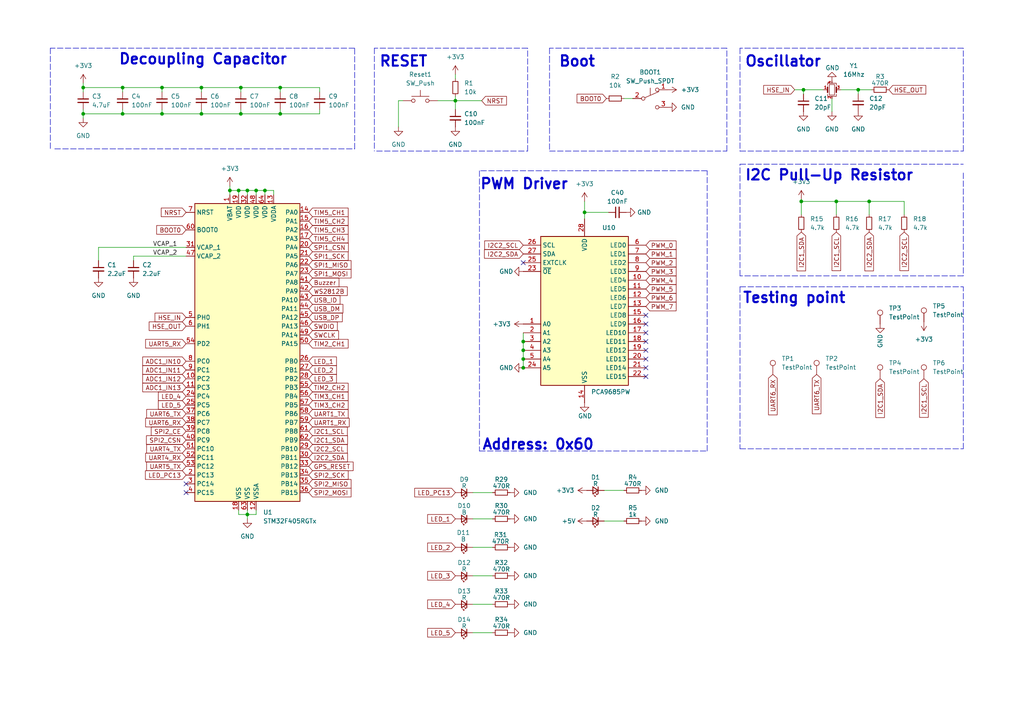
<source format=kicad_sch>
(kicad_sch (version 20211123) (generator eeschema)
  (paper "A4")
  (lib_symbols
    (symbol "Connector:TestPoint" (pin_numbers hide) (pin_names (offset 0.762) hide)
      (property "Reference" "TP" (at 0 6.858 0))
      (property "Value" "TestPoint" (at 0 5.08 0))
      (symbol "TestPoint_0_1"
        (circle (center 0 3.302) (radius 0.762))
      )
      (symbol "TestPoint_1_1"
        (pin passive line (at 0 0 90) (length 2.54) (name "1") (number "1"))
      )
    )
    (symbol "Device:C_Small" (pin_numbers hide) (pin_names (offset 0.254) hide)
      (property "Reference" "C" (at 0.254 1.778 0))
      (property "Value" "C_Small" (at 0.254 -2.032 0))
      (symbol "C_Small_0_1"
        (polyline (pts (xy -1.524 -0.508) (xy 1.524 -0.508)) (stroke (width 0.3302)))
        (polyline (pts (xy -1.524 0.508) (xy 1.524 0.508)) (stroke (width 0.3048)))
      )
      (symbol "C_Small_1_1"
        (pin passive line (at 0 2.54 270) (length 2.032) (name "~") (number "1"))
        (pin passive line (at 0 -2.54 90) (length 2.032) (name "~") (number "2"))
      )
    )
    (symbol "Device:Crystal_GND24_Small" (pin_names (offset 1.016) hide)
      (property "Reference" "Y" (at 1.27 4.445 0))
      (property "Value" "Crystal_GND24_Small" (at 1.27 2.54 0))
      (symbol "Crystal_GND24_Small_0_1"
        (rectangle (start -0.762 -1.524) (end 0.762 1.524))
        (polyline (pts (xy -1.27 -0.762) (xy -1.27 0.762)) (stroke (width 0.381)))
        (polyline (pts (xy 1.27 -0.762) (xy 1.27 0.762)) (stroke (width 0.381)))
        (polyline (pts (xy -1.27 -1.27) (xy -1.27 -1.905) (xy 1.27 -1.905) (xy 1.27 -1.27)))
        (polyline (pts (xy -1.27 1.27) (xy -1.27 1.905) (xy 1.27 1.905) (xy 1.27 1.27)))
      )
      (symbol "Crystal_GND24_Small_1_1"
        (pin passive line (at -2.54 0 0) (length 1.27) (name "1") (number "1"))
        (pin passive line (at 0 -2.54 90) (length 0.635) (name "2") (number "2"))
        (pin passive line (at 2.54 0 180) (length 1.27) (name "3") (number "3"))
        (pin passive line (at 0 2.54 270) (length 0.635) (name "4") (number "4"))
      )
    )
    (symbol "Device:LED_Small" (pin_numbers hide) (pin_names (offset 0.254) hide)
      (property "Reference" "D" (at -1.27 3.175 0))
      (property "Value" "LED_Small" (at -4.445 -2.54 0))
      (symbol "LED_Small_0_1"
        (polyline (pts (xy -0.762 -1.016) (xy -0.762 1.016)) (stroke (width 0.254)))
        (polyline (pts (xy 1.016 0) (xy -0.762 0)))
        (polyline (pts (xy 0.762 -1.016) (xy -0.762 0) (xy 0.762 1.016) (xy 0.762 -1.016)) (stroke (width 0.254)))
        (polyline (pts (xy 0 0.762) (xy -0.508 1.27) (xy -0.254 1.27) (xy -0.508 1.27) (xy -0.508 1.016)))
        (polyline (pts (xy 0.508 1.27) (xy 0 1.778) (xy 0.254 1.778) (xy 0 1.778) (xy 0 1.524)))
      )
      (symbol "LED_Small_1_1"
        (pin passive line (at -2.54 0 0) (length 1.778) (name "K") (number "1"))
        (pin passive line (at 2.54 0 180) (length 1.778) (name "A") (number "2"))
      )
    )
    (symbol "Device:R_Small" (pin_numbers hide) (pin_names (offset 0.254) hide)
      (property "Reference" "R" (at 0.762 0.508 0))
      (property "Value" "R_Small" (at 0.762 -1.016 0))
      (symbol "R_Small_0_1"
        (rectangle (start -0.762 1.778) (end 0.762 -1.778) (stroke (width 0.2032)))
      )
      (symbol "R_Small_1_1"
        (pin passive line (at 0 2.54 270) (length 0.762) (name "~") (number "1"))
        (pin passive line (at 0 -2.54 90) (length 0.762) (name "~") (number "2"))
      )
    )
    (symbol "Driver_LED:PCA9685PW"
      (property "Reference" "U" (at -12.7 22.225 0))
      (property "Value" "PCA9685PW" (at 1.27 22.225 0))
      (symbol "PCA9685PW_0_1"
        (rectangle (start -12.7 20.32) (end 12.7 -22.86) (stroke (width 0.254)) (fill (type background)))
      )
      (symbol "PCA9685PW_1_1"
        (pin input line (at -17.78 -5.08 0) (length 5.08) (name "A0") (number "1"))
        (pin output line (at 17.78 7.62 180) (length 5.08) (name "LED4") (number "10"))
        (pin output line (at 17.78 5.08 180) (length 5.08) (name "LED5") (number "11"))
        (pin output line (at 17.78 2.54 180) (length 5.08) (name "LED6") (number "12"))
        (pin output line (at 17.78 0 180) (length 5.08) (name "LED7") (number "13"))
        (pin power_in line (at 0 -27.94 90) (length 5.08) (name "VSS") (number "14"))
        (pin output line (at 17.78 -2.54 180) (length 5.08) (name "LED8") (number "15"))
        (pin output line (at 17.78 -5.08 180) (length 5.08) (name "LED9") (number "16"))
        (pin output line (at 17.78 -7.62 180) (length 5.08) (name "LED10") (number "17"))
        (pin output line (at 17.78 -10.16 180) (length 5.08) (name "LED11") (number "18"))
        (pin output line (at 17.78 -12.7 180) (length 5.08) (name "LED12") (number "19"))
        (pin input line (at -17.78 -7.62 0) (length 5.08) (name "A1") (number "2"))
        (pin output line (at 17.78 -15.24 180) (length 5.08) (name "LED13") (number "20"))
        (pin output line (at 17.78 -17.78 180) (length 5.08) (name "LED14") (number "21"))
        (pin output line (at 17.78 -20.32 180) (length 5.08) (name "LED15") (number "22"))
        (pin input line (at -17.78 10.16 0) (length 5.08) (name "~{OE}") (number "23"))
        (pin input line (at -17.78 -17.78 0) (length 5.08) (name "A5") (number "24"))
        (pin input line (at -17.78 12.7 0) (length 5.08) (name "EXTCLK") (number "25"))
        (pin input line (at -17.78 17.78 0) (length 5.08) (name "SCL") (number "26"))
        (pin bidirectional line (at -17.78 15.24 0) (length 5.08) (name "SDA") (number "27"))
        (pin power_in line (at 0 25.4 270) (length 5.08) (name "VDD") (number "28"))
        (pin input line (at -17.78 -10.16 0) (length 5.08) (name "A2") (number "3"))
        (pin input line (at -17.78 -12.7 0) (length 5.08) (name "A3") (number "4"))
        (pin input line (at -17.78 -15.24 0) (length 5.08) (name "A4") (number "5"))
        (pin output line (at 17.78 17.78 180) (length 5.08) (name "LED0") (number "6"))
        (pin output line (at 17.78 15.24 180) (length 5.08) (name "LED1") (number "7"))
        (pin output line (at 17.78 12.7 180) (length 5.08) (name "LED2") (number "8"))
        (pin output line (at 17.78 10.16 180) (length 5.08) (name "LED3") (number "9"))
      )
    )
    (symbol "MCU_ST_STM32F4:STM32F405RGTx"
      (property "Reference" "U" (at -15.24 44.45 0))
      (property "Value" "STM32F405RGTx" (at 10.16 44.45 0))
      (symbol "STM32F405RGTx_0_1"
        (rectangle (start -15.24 -43.18) (end 15.24 43.18) (stroke (width 0.254)) (fill (type background)))
      )
      (symbol "STM32F405RGTx_1_1"
        (pin power_in line (at -5.08 45.72 270) (length 2.54) (name "VBAT") (number "1"))
        (pin bidirectional line (at -17.78 -7.62 0) (length 2.54) (name "PC2") (number "10"))
        (pin bidirectional line (at -17.78 -10.16 0) (length 2.54) (name "PC3") (number "11"))
        (pin power_in line (at 2.54 -45.72 90) (length 2.54) (name "VSSA") (number "12"))
        (pin power_in line (at 7.62 45.72 270) (length 2.54) (name "VDDA") (number "13"))
        (pin bidirectional line (at 17.78 40.64 180) (length 2.54) (name "PA0") (number "14"))
        (pin bidirectional line (at 17.78 38.1 180) (length 2.54) (name "PA1") (number "15"))
        (pin bidirectional line (at 17.78 35.56 180) (length 2.54) (name "PA2") (number "16"))
        (pin bidirectional line (at 17.78 33.02 180) (length 2.54) (name "PA3") (number "17"))
        (pin power_in line (at -2.54 -45.72 90) (length 2.54) (name "VSS") (number "18"))
        (pin power_in line (at -2.54 45.72 270) (length 2.54) (name "VDD") (number "19"))
        (pin bidirectional line (at -17.78 -35.56 0) (length 2.54) (name "PC13") (number "2"))
        (pin bidirectional line (at 17.78 30.48 180) (length 2.54) (name "PA4") (number "20"))
        (pin bidirectional line (at 17.78 27.94 180) (length 2.54) (name "PA5") (number "21"))
        (pin bidirectional line (at 17.78 25.4 180) (length 2.54) (name "PA6") (number "22"))
        (pin bidirectional line (at 17.78 22.86 180) (length 2.54) (name "PA7") (number "23"))
        (pin bidirectional line (at -17.78 -12.7 0) (length 2.54) (name "PC4") (number "24"))
        (pin bidirectional line (at -17.78 -15.24 0) (length 2.54) (name "PC5") (number "25"))
        (pin bidirectional line (at 17.78 -2.54 180) (length 2.54) (name "PB0") (number "26"))
        (pin bidirectional line (at 17.78 -5.08 180) (length 2.54) (name "PB1") (number "27"))
        (pin bidirectional line (at 17.78 -7.62 180) (length 2.54) (name "PB2") (number "28"))
        (pin bidirectional line (at 17.78 -27.94 180) (length 2.54) (name "PB10") (number "29"))
        (pin bidirectional line (at -17.78 -38.1 0) (length 2.54) (name "PC14") (number "3"))
        (pin bidirectional line (at 17.78 -30.48 180) (length 2.54) (name "PB11") (number "30"))
        (pin power_in line (at -17.78 30.48 0) (length 2.54) (name "VCAP_1") (number "31"))
        (pin power_in line (at 0 45.72 270) (length 2.54) (name "VDD") (number "32"))
        (pin bidirectional line (at 17.78 -33.02 180) (length 2.54) (name "PB12") (number "33"))
        (pin bidirectional line (at 17.78 -35.56 180) (length 2.54) (name "PB13") (number "34"))
        (pin bidirectional line (at 17.78 -38.1 180) (length 2.54) (name "PB14") (number "35"))
        (pin bidirectional line (at 17.78 -40.64 180) (length 2.54) (name "PB15") (number "36"))
        (pin bidirectional line (at -17.78 -17.78 0) (length 2.54) (name "PC6") (number "37"))
        (pin bidirectional line (at -17.78 -20.32 0) (length 2.54) (name "PC7") (number "38"))
        (pin bidirectional line (at -17.78 -22.86 0) (length 2.54) (name "PC8") (number "39"))
        (pin bidirectional line (at -17.78 -40.64 0) (length 2.54) (name "PC15") (number "4"))
        (pin bidirectional line (at -17.78 -25.4 0) (length 2.54) (name "PC9") (number "40"))
        (pin bidirectional line (at 17.78 20.32 180) (length 2.54) (name "PA8") (number "41"))
        (pin bidirectional line (at 17.78 17.78 180) (length 2.54) (name "PA9") (number "42"))
        (pin bidirectional line (at 17.78 15.24 180) (length 2.54) (name "PA10") (number "43"))
        (pin bidirectional line (at 17.78 12.7 180) (length 2.54) (name "PA11") (number "44"))
        (pin bidirectional line (at 17.78 10.16 180) (length 2.54) (name "PA12") (number "45"))
        (pin bidirectional line (at 17.78 7.62 180) (length 2.54) (name "PA13") (number "46"))
        (pin power_in line (at -17.78 27.94 0) (length 2.54) (name "VCAP_2") (number "47"))
        (pin power_in line (at 2.54 45.72 270) (length 2.54) (name "VDD") (number "48"))
        (pin bidirectional line (at 17.78 5.08 180) (length 2.54) (name "PA14") (number "49"))
        (pin input line (at -17.78 10.16 0) (length 2.54) (name "PH0") (number "5"))
        (pin bidirectional line (at 17.78 2.54 180) (length 2.54) (name "PA15") (number "50"))
        (pin bidirectional line (at -17.78 -27.94 0) (length 2.54) (name "PC10") (number "51"))
        (pin bidirectional line (at -17.78 -30.48 0) (length 2.54) (name "PC11") (number "52"))
        (pin bidirectional line (at -17.78 -33.02 0) (length 2.54) (name "PC12") (number "53"))
        (pin bidirectional line (at -17.78 2.54 0) (length 2.54) (name "PD2") (number "54"))
        (pin bidirectional line (at 17.78 -10.16 180) (length 2.54) (name "PB3") (number "55"))
        (pin bidirectional line (at 17.78 -12.7 180) (length 2.54) (name "PB4") (number "56"))
        (pin bidirectional line (at 17.78 -15.24 180) (length 2.54) (name "PB5") (number "57"))
        (pin bidirectional line (at 17.78 -17.78 180) (length 2.54) (name "PB6") (number "58"))
        (pin bidirectional line (at 17.78 -20.32 180) (length 2.54) (name "PB7") (number "59"))
        (pin input line (at -17.78 7.62 0) (length 2.54) (name "PH1") (number "6"))
        (pin input line (at -17.78 35.56 0) (length 2.54) (name "BOOT0") (number "60"))
        (pin bidirectional line (at 17.78 -22.86 180) (length 2.54) (name "PB8") (number "61"))
        (pin bidirectional line (at 17.78 -25.4 180) (length 2.54) (name "PB9") (number "62"))
        (pin power_in line (at 0 -45.72 90) (length 2.54) (name "VSS") (number "63"))
        (pin power_in line (at 5.08 45.72 270) (length 2.54) (name "VDD") (number "64"))
        (pin input line (at -17.78 40.64 0) (length 2.54) (name "NRST") (number "7"))
        (pin bidirectional line (at -17.78 -2.54 0) (length 2.54) (name "PC0") (number "8"))
        (pin bidirectional line (at -17.78 -5.08 0) (length 2.54) (name "PC1") (number "9"))
      )
    )
    (symbol "Switch:SW_Push" (pin_numbers hide) (pin_names (offset 1.016) hide)
      (property "Reference" "SW" (at 1.27 2.54 0))
      (property "Value" "SW_Push" (at 0 -1.524 0))
      (symbol "SW_Push_0_1"
        (circle (center -2.032 0) (radius 0.508))
        (polyline (pts (xy 0 1.27) (xy 0 3.048)))
        (polyline (pts (xy 2.54 1.27) (xy -2.54 1.27)))
        (circle (center 2.032 0) (radius 0.508))
        (pin passive line (at -5.08 0 0) (length 2.54) (name "1") (number "1"))
        (pin passive line (at 5.08 0 180) (length 2.54) (name "2") (number "2"))
      )
    )
    (symbol "Switch:SW_Push_SPDT" (pin_names (offset 0) hide)
      (property "Reference" "SW" (at 0 4.318 0))
      (property "Value" "SW_Push_SPDT" (at 0 -5.08 0))
      (symbol "SW_Push_SPDT_0_0"
        (circle (center -2.032 0) (radius 0.508))
        (polyline (pts (xy 0 1.016) (xy 0 3.048)))
        (circle (center 2.032 -2.54) (radius 0.508))
      )
      (symbol "SW_Push_SPDT_0_1"
        (polyline (pts (xy -1.524 0.254) (xy 2.54 2.032)))
        (circle (center 2.032 2.54) (radius 0.508))
      )
      (symbol "SW_Push_SPDT_1_1"
        (pin passive line (at 5.08 2.54 180) (length 2.54) (name "A") (number "1"))
        (pin passive line (at -5.08 0 0) (length 2.54) (name "B") (number "2"))
        (pin passive line (at 5.08 -2.54 180) (length 2.54) (name "C") (number "3"))
      )
    )
    (symbol "power:+3.3V" (power) (pin_names (offset 0))
      (property "Value" "+3.3V" (at 0 3.556 0))
      (symbol "+3.3V_0_1"
        (polyline (pts (xy -0.762 1.27) (xy 0 2.54)))
        (polyline (pts (xy 0 0) (xy 0 2.54)))
        (polyline (pts (xy 0 2.54) (xy 0.762 1.27)))
      )
      (symbol "+3.3V_1_1"
        (pin power_in line (at 0 0 90) (length 0) hide (name "+3V3") (number "1"))
      )
    )
    (symbol "power:+5V" (power) (pin_names (offset 0))
      (property "Value" "+5V" (at 0 3.556 0))
      (symbol "+5V_0_1"
        (polyline (pts (xy -0.762 1.27) (xy 0 2.54)))
        (polyline (pts (xy 0 0) (xy 0 2.54)))
        (polyline (pts (xy 0 2.54) (xy 0.762 1.27)))
      )
      (symbol "+5V_1_1"
        (pin power_in line (at 0 0 90) (length 0) hide (name "+5V") (number "1"))
      )
    )
    (symbol "power:GND" (power) (pin_names (offset 0))
      (property "Value" "GND" (at 0 -3.81 0))
      (symbol "GND_0_1"
        (polyline (pts (xy 0 0) (xy 0 -1.27) (xy 1.27 -1.27) (xy 0 -2.54) (xy -1.27 -1.27) (xy 0 -1.27)))
      )
      (symbol "GND_1_1"
        (pin power_in line (at 0 0 270) (length 0) hide (name "GND") (number "1"))
      )
    )
  )
  (junction (at 81.28 25.4))
  (junction (at 151.765 104.14))
  (junction (at 46.99 33.02))
  (junction (at 132.08 29.21))
  (junction (at 233.045 26.035))
  (junction (at 24.13 33.02))
  (junction (at 81.28 33.02))
  (junction (at 151.765 101.6))
  (junction (at 242.57 58.42))
  (junction (at 35.56 25.4))
  (junction (at 24.13 25.4))
  (junction (at 71.755 149.225))
  (junction (at 248.92 26.035))
  (junction (at 69.215 55.245))
  (junction (at 151.765 99.06))
  (junction (at 151.765 106.68))
  (junction (at 69.85 25.4))
  (junction (at 46.99 25.4))
  (junction (at 169.545 61.595))
  (junction (at 71.755 55.245))
  (junction (at 58.42 25.4))
  (junction (at 252.095 58.42))
  (junction (at 232.41 58.42))
  (junction (at 69.85 33.02))
  (junction (at 76.835 55.245))
  (junction (at 66.675 55.245))
  (junction (at 35.56 33.02))
  (junction (at 74.295 55.245))
  (junction (at 58.42 33.02))
  (no_connect (at 187.325 96.52))
  (no_connect (at 187.325 93.98))
  (no_connect (at 187.325 91.44))
  (no_connect (at 187.325 99.06))
  (no_connect (at 187.325 101.6))
  (no_connect (at 187.325 106.68))
  (no_connect (at 187.325 104.14))
  (no_connect (at 187.325 109.22))
  (no_connect (at 151.765 76.2))
  (no_connect (at 53.975 140.335))
  (no_connect (at 53.975 142.875))
  (wire (pts (xy 252.095 58.42) (xy 252.095 62.23)))
  (wire (pts (xy 92.71 26.67) (xy 92.71 25.4)))
  (wire (pts (xy 66.675 55.245) (xy 66.675 56.515)))
  (polyline (pts (xy 214.63 130.175) (xy 279.4 130.175)))
  (wire (pts (xy 46.99 25.4) (xy 46.99 26.67)))
  (wire (pts (xy 115.57 29.21) (xy 115.57 36.83)))
  (wire (pts (xy 241.3 28.575) (xy 241.3 32.385)))
  (wire (pts (xy 71.755 149.225) (xy 71.755 150.495)))
  (wire (pts (xy 137.16 142.875) (xy 142.875 142.875)))
  (wire (pts (xy 175.26 151.13) (xy 180.975 151.13)))
  (wire (pts (xy 137.16 167.005) (xy 142.875 167.005)))
  (wire (pts (xy 71.755 147.955) (xy 71.755 149.225)))
  (wire (pts (xy 58.42 33.02) (xy 46.99 33.02)))
  (polyline (pts (xy 102.87 13.97) (xy 14.605 13.97)))
  (wire (pts (xy 24.13 25.4) (xy 24.13 26.67)))
  (wire (pts (xy 38.735 74.295) (xy 53.975 74.295)))
  (wire (pts (xy 69.85 25.4) (xy 81.28 25.4)))
  (wire (pts (xy 74.295 147.955) (xy 74.295 149.225)))
  (wire (pts (xy 137.16 158.75) (xy 142.875 158.75)))
  (polyline (pts (xy 102.87 43.18) (xy 102.87 13.97)))
  (wire (pts (xy 74.295 55.245) (xy 76.835 55.245)))
  (wire (pts (xy 81.28 31.75) (xy 81.28 33.02)))
  (wire (pts (xy 175.26 142.24) (xy 180.975 142.24)))
  (wire (pts (xy 248.92 26.035) (xy 252.73 26.035)))
  (wire (pts (xy 151.765 99.06) (xy 151.765 101.6)))
  (polyline (pts (xy 214.63 83.185) (xy 214.63 130.175)))
  (polyline (pts (xy 205.105 49.53) (xy 139.065 49.53)))
  (wire (pts (xy 132.08 21.59) (xy 132.08 22.86)))
  (wire (pts (xy 71.755 55.245) (xy 74.295 55.245)))
  (wire (pts (xy 127 29.21) (xy 132.08 29.21)))
  (wire (pts (xy 53.975 71.755) (xy 28.575 71.755)))
  (wire (pts (xy 35.56 25.4) (xy 35.56 26.67)))
  (wire (pts (xy 132.08 29.21) (xy 139.7 29.21)))
  (wire (pts (xy 28.575 71.755) (xy 28.575 75.565)))
  (polyline (pts (xy 214.63 13.97) (xy 214.63 43.815)))
  (wire (pts (xy 132.08 29.21) (xy 132.08 31.75)))
  (wire (pts (xy 151.765 104.14) (xy 151.765 106.68)))
  (wire (pts (xy 66.675 55.245) (xy 69.215 55.245)))
  (wire (pts (xy 151.765 96.52) (xy 151.765 99.06)))
  (wire (pts (xy 116.84 29.21) (xy 115.57 29.21)))
  (wire (pts (xy 35.56 33.02) (xy 24.13 33.02)))
  (wire (pts (xy 69.215 147.955) (xy 69.215 149.225)))
  (wire (pts (xy 230.505 26.035) (xy 233.045 26.035)))
  (wire (pts (xy 238.76 26.035) (xy 233.045 26.035)))
  (wire (pts (xy 81.28 25.4) (xy 92.71 25.4)))
  (wire (pts (xy 169.545 61.595) (xy 176.53 61.595)))
  (wire (pts (xy 137.16 150.495) (xy 142.875 150.495)))
  (wire (pts (xy 69.215 55.245) (xy 71.755 55.245)))
  (wire (pts (xy 92.71 31.75) (xy 92.71 33.02)))
  (wire (pts (xy 92.71 33.02) (xy 81.28 33.02)))
  (polyline (pts (xy 214.63 43.815) (xy 279.4 43.815)))
  (wire (pts (xy 69.85 31.75) (xy 69.85 33.02)))
  (wire (pts (xy 232.41 57.785) (xy 232.41 58.42)))
  (polyline (pts (xy 15.875 43.18) (xy 102.87 43.18)))
  (wire (pts (xy 132.08 27.94) (xy 132.08 29.21)))
  (wire (pts (xy 46.99 33.02) (xy 35.56 33.02)))
  (wire (pts (xy 137.16 175.26) (xy 142.875 175.26)))
  (wire (pts (xy 262.255 62.23) (xy 262.255 58.42)))
  (polyline (pts (xy 14.605 13.97) (xy 14.605 43.18)))
  (wire (pts (xy 24.13 31.75) (xy 24.13 33.02)))
  (polyline (pts (xy 108.585 13.97) (xy 108.585 43.815)))
  (polyline (pts (xy 279.4 80.01) (xy 214.63 80.01)))
  (polyline (pts (xy 153.035 43.815) (xy 153.035 13.97)))
  (wire (pts (xy 74.295 55.245) (xy 74.295 56.515)))
  (polyline (pts (xy 109.22 43.815) (xy 153.035 43.815)))
  (wire (pts (xy 76.835 55.245) (xy 76.835 56.515)))
  (wire (pts (xy 66.675 53.975) (xy 66.675 55.245)))
  (wire (pts (xy 151.765 101.6) (xy 151.765 104.14)))
  (polyline (pts (xy 139.065 49.53) (xy 139.065 130.81)))
  (wire (pts (xy 180.975 28.575) (xy 183.515 28.575)))
  (wire (pts (xy 242.57 58.42) (xy 232.41 58.42)))
  (wire (pts (xy 46.99 25.4) (xy 58.42 25.4)))
  (wire (pts (xy 24.13 33.02) (xy 24.13 34.29)))
  (wire (pts (xy 38.735 75.565) (xy 38.735 74.295)))
  (wire (pts (xy 58.42 25.4) (xy 69.85 25.4)))
  (wire (pts (xy 46.99 31.75) (xy 46.99 33.02)))
  (wire (pts (xy 252.095 58.42) (xy 242.57 58.42)))
  (wire (pts (xy 35.56 31.75) (xy 35.56 33.02)))
  (wire (pts (xy 169.545 61.595) (xy 169.545 63.5)))
  (wire (pts (xy 24.13 24.13) (xy 24.13 25.4)))
  (polyline (pts (xy 279.4 13.97) (xy 214.63 13.97)))
  (wire (pts (xy 248.92 26.035) (xy 248.92 27.305)))
  (wire (pts (xy 76.835 55.245) (xy 79.375 55.245)))
  (polyline (pts (xy 214.63 47.625) (xy 279.4 47.625)))
  (polyline (pts (xy 153.035 13.97) (xy 108.585 13.97)))
  (wire (pts (xy 58.42 31.75) (xy 58.42 33.02)))
  (polyline (pts (xy 205.105 130.81) (xy 205.105 49.53)))
  (polyline (pts (xy 214.63 80.01) (xy 214.63 47.625)))
  (polyline (pts (xy 159.385 16.51) (xy 159.385 43.815)))
  (polyline (pts (xy 159.385 13.97) (xy 159.385 16.51)))
  (wire (pts (xy 58.42 25.4) (xy 58.42 26.67)))
  (wire (pts (xy 69.85 25.4) (xy 69.85 26.67)))
  (wire (pts (xy 69.215 55.245) (xy 69.215 56.515)))
  (wire (pts (xy 74.295 149.225) (xy 71.755 149.225)))
  (polyline (pts (xy 210.82 13.97) (xy 159.385 13.97)))
  (wire (pts (xy 242.57 58.42) (xy 242.57 62.23)))
  (polyline (pts (xy 139.065 130.81) (xy 205.105 130.81)))
  (wire (pts (xy 69.215 149.225) (xy 71.755 149.225)))
  (wire (pts (xy 169.545 58.42) (xy 169.545 61.595)))
  (polyline (pts (xy 279.4 43.815) (xy 279.4 13.97)))
  (polyline (pts (xy 210.82 43.815) (xy 210.82 13.97)))
  (wire (pts (xy 79.375 56.515) (xy 79.375 55.245)))
  (wire (pts (xy 232.41 58.42) (xy 232.41 62.23)))
  (wire (pts (xy 71.755 55.245) (xy 71.755 56.515)))
  (polyline (pts (xy 279.4 50.165) (xy 279.4 80.01)))
  (wire (pts (xy 81.28 25.4) (xy 81.28 26.67)))
  (polyline (pts (xy 214.63 83.185) (xy 279.4 83.185)))
  (wire (pts (xy 24.13 25.4) (xy 35.56 25.4)))
  (wire (pts (xy 69.85 33.02) (xy 58.42 33.02)))
  (polyline (pts (xy 159.385 43.815) (xy 210.82 43.815)))
  (polyline (pts (xy 279.4 130.175) (xy 279.4 83.185)))
  (wire (pts (xy 233.045 26.035) (xy 233.045 27.305)))
  (wire (pts (xy 35.56 25.4) (xy 46.99 25.4)))
  (wire (pts (xy 81.28 33.02) (xy 69.85 33.02)))
  (wire (pts (xy 243.84 26.035) (xy 248.92 26.035)))
  (wire (pts (xy 262.255 58.42) (xy 252.095 58.42)))
  (wire (pts (xy 137.16 183.515) (xy 142.875 183.515)))
  (text "Testing point" (at 215.265 88.265 0) (effects (font (size 3 3) bold) (justify left bottom)))
  (text "Boot" (at 161.925 19.685 0) (effects (font (size 3 3) bold) (justify left bottom)))
  (text "I2C Pull-Up Resistor" (at 215.9 52.705 0) (effects (font (size 3 3) bold) (justify left bottom)))
  (text "Decoupling Capacitor" (at 34.29 19.05 0) (effects (font (size 3 3) bold) (justify left bottom)))
  (text "Address: 0x60" (at 139.7 130.81 0) (effects (font (size 3 3) bold) (justify left bottom)))
  (text "PWM Driver" (at 139.065 55.245 0) (effects (font (size 3 3) (thickness 0.6) bold) (justify left bottom)))
  (text "Oscillator" (at 215.9 19.685 0) (effects (font (size 3 3) bold) (justify left bottom)))
  (text "RESET" (at 109.855 19.685 0) (effects (font (size 3 3) bold) (justify left bottom)))
  (label "VCAP_2" (at 51.435 74.295 180))
  (label "VCAP_1" (at 51.435 71.755 180))
  (global_label "ADC1_IN12" (shape input) (at 53.975 109.855 180) (property "Intersheet References" "${INTERSHEET_REFS}" (effects hide)))
  (global_label "I2C2_SDA" (shape input) (at 252.095 67.31 270) (property "Intersheet References" "${INTERSHEET_REFS}" (effects hide)))
  (global_label "UART4_RX" (shape input) (at 53.975 132.715 180) (property "Intersheet References" "${INTERSHEET_REFS}" (effects hide)))
  (global_label "PWM_6" (shape input) (at 187.325 86.36 0) (property "Intersheet References" "${INTERSHEET_REFS}" (effects hide)))
  (global_label "TIM3_CH1" (shape input) (at 89.535 114.935 0) (property "Intersheet References" "${INTERSHEET_REFS}" (effects hide)))
  (global_label "TIM5_CH2" (shape input) (at 89.535 64.135 0) (property "Intersheet References" "${INTERSHEET_REFS}" (effects hide)))
  (global_label "TIM2_CH2" (shape input) (at 89.535 112.395 0) (property "Intersheet References" "${INTERSHEET_REFS}" (effects hide)))
  (global_label "ADC1_IN13" (shape input) (at 53.975 112.395 180) (property "Intersheet References" "${INTERSHEET_REFS}" (effects hide)))
  (global_label "PWM_4" (shape input) (at 187.325 81.28 0) (property "Intersheet References" "${INTERSHEET_REFS}" (effects hide)))
  (global_label "LED_4" (shape input) (at 132.08 175.26 180) (property "Intersheet References" "${INTERSHEET_REFS}" (effects hide)))
  (global_label "SPI1_MOSI" (shape input) (at 89.535 79.375 0) (property "Intersheet References" "${INTERSHEET_REFS}" (effects hide)))
  (global_label "USB_ID" (shape input) (at 89.535 86.995 0) (property "Intersheet References" "${INTERSHEET_REFS}" (effects hide)))
  (global_label "LED_1" (shape input) (at 132.08 150.495 180) (property "Intersheet References" "${INTERSHEET_REFS}" (effects hide)))
  (global_label "SPI1_CSN" (shape input) (at 89.535 71.755 0) (property "Intersheet References" "${INTERSHEET_REFS}" (effects hide)))
  (global_label "TIM5_CH1" (shape input) (at 89.535 61.595 0) (property "Intersheet References" "${INTERSHEET_REFS}" (effects hide)))
  (global_label "UART1_TX" (shape input) (at 89.535 120.015 0) (property "Intersheet References" "${INTERSHEET_REFS}" (effects hide)))
  (global_label "I2C1_SDA" (shape input) (at 232.41 67.31 270) (property "Intersheet References" "${INTERSHEET_REFS}" (effects hide)))
  (global_label "SWCLK" (shape input) (at 89.535 97.155 0) (property "Intersheet References" "${INTERSHEET_REFS}" (effects hide)))
  (global_label "I2C2_SCL" (shape input) (at 262.255 67.31 270) (property "Intersheet References" "${INTERSHEET_REFS}" (effects hide)))
  (global_label "LED_1" (shape input) (at 89.535 104.775 0) (property "Intersheet References" "${INTERSHEET_REFS}" (effects hide)))
  (global_label "LED_5" (shape input) (at 132.08 183.515 180) (property "Intersheet References" "${INTERSHEET_REFS}" (effects hide)))
  (global_label "SPI2_CE" (shape input) (at 53.975 125.095 180) (property "Intersheet References" "${INTERSHEET_REFS}" (effects hide)))
  (global_label "SWDIO" (shape input) (at 89.535 94.615 0) (property "Intersheet References" "${INTERSHEET_REFS}" (effects hide)))
  (global_label "TIM2_CH1" (shape input) (at 89.535 99.695 0) (property "Intersheet References" "${INTERSHEET_REFS}" (effects hide)))
  (global_label "NRST" (shape input) (at 139.7 29.21 0) (property "Intersheet References" "${INTERSHEET_REFS}" (effects hide)))
  (global_label "SPI2_CSN" (shape input) (at 53.975 127.635 180) (property "Intersheet References" "${INTERSHEET_REFS}" (effects hide)))
  (global_label "PWM_0" (shape input) (at 187.325 71.12 0) (property "Intersheet References" "${INTERSHEET_REFS}" (effects hide)))
  (global_label "SPI2_SCK" (shape input) (at 89.535 137.795 0) (property "Intersheet References" "${INTERSHEET_REFS}" (effects hide)))
  (global_label "SPI2_MOSI" (shape input) (at 89.535 142.875 0) (property "Intersheet References" "${INTERSHEET_REFS}" (effects hide)))
  (global_label "HSE_OUT" (shape input) (at 53.975 94.615 180) (property "Intersheet References" "${INTERSHEET_REFS}" (effects hide)))
  (global_label "I2C2_SDA" (shape input) (at 89.535 132.715 0) (property "Intersheet References" "${INTERSHEET_REFS}" (effects hide)))
  (global_label "BOOT0" (shape input) (at 175.895 28.575 180) (property "Intersheet References" "${INTERSHEET_REFS}" (effects hide)))
  (global_label "GPS_RESET" (shape input) (at 89.535 135.255 0) (property "Intersheet References" "${INTERSHEET_REFS}" (effects hide)))
  (global_label "LED_2" (shape input) (at 89.535 107.315 0) (property "Intersheet References" "${INTERSHEET_REFS}" (effects hide)))
  (global_label "LED_PC13" (shape input) (at 53.975 137.795 180) (property "Intersheet References" "${INTERSHEET_REFS}" (effects hide)))
  (global_label "USB_DP" (shape input) (at 89.535 92.075 0) (property "Intersheet References" "${INTERSHEET_REFS}" (effects hide)))
  (global_label "TIM3_CH2" (shape input) (at 89.535 117.475 0) (property "Intersheet References" "${INTERSHEET_REFS}" (effects hide)))
  (global_label "Buzzer" (shape input) (at 89.535 81.915 0) (property "Intersheet References" "${INTERSHEET_REFS}" (effects hide)))
  (global_label "I2C1_SCL" (shape input) (at 267.97 109.855 270) (property "Intersheet References" "${INTERSHEET_REFS}" (effects hide)))
  (global_label "I2C2_SCL" (shape input) (at 89.535 130.175 0) (property "Intersheet References" "${INTERSHEET_REFS}" (effects hide)))
  (global_label "LED_3" (shape input) (at 132.08 167.005 180) (property "Intersheet References" "${INTERSHEET_REFS}" (effects hide)))
  (global_label "PWM_7" (shape input) (at 187.325 88.9 0) (property "Intersheet References" "${INTERSHEET_REFS}" (effects hide)))
  (global_label "PWM_5" (shape input) (at 187.325 83.82 0) (property "Intersheet References" "${INTERSHEET_REFS}" (effects hide)))
  (global_label "LED_4" (shape input) (at 53.975 114.935 180) (property "Intersheet References" "${INTERSHEET_REFS}" (effects hide)))
  (global_label "LED_PC13" (shape input) (at 132.08 142.875 180) (property "Intersheet References" "${INTERSHEET_REFS}" (effects hide)))
  (global_label "HSE_IN" (shape input) (at 230.505 26.035 180) (property "Intersheet References" "${INTERSHEET_REFS}" (effects hide)))
  (global_label "LED_5" (shape input) (at 53.975 117.475 180) (property "Intersheet References" "${INTERSHEET_REFS}" (effects hide)))
  (global_label "HSE_OUT" (shape input) (at 257.81 26.035 0) (property "Intersheet References" "${INTERSHEET_REFS}" (effects hide)))
  (global_label "I2C1_SDA" (shape input) (at 89.535 127.635 0) (property "Intersheet References" "${INTERSHEET_REFS}" (effects hide)))
  (global_label "TIM5_CH3" (shape input) (at 89.535 66.675 0) (property "Intersheet References" "${INTERSHEET_REFS}" (effects hide)))
  (global_label "I2C1_SDA" (shape input) (at 255.27 109.855 270) (property "Intersheet References" "${INTERSHEET_REFS}" (effects hide)))
  (global_label "NRST" (shape input) (at 53.975 61.595 180) (property "Intersheet References" "${INTERSHEET_REFS}" (effects hide)))
  (global_label "BOOT0" (shape input) (at 53.975 66.675 180) (property "Intersheet References" "${INTERSHEET_REFS}" (effects hide)))
  (global_label "TIM5_CH4" (shape input) (at 89.535 69.215 0) (property "Intersheet References" "${INTERSHEET_REFS}" (effects hide)))
  (global_label "I2C1_SCL" (shape input) (at 242.57 67.31 270) (property "Intersheet References" "${INTERSHEET_REFS}" (effects hide)))
  (global_label "UART4_TX" (shape input) (at 53.975 130.175 180) (property "Intersheet References" "${INTERSHEET_REFS}" (effects hide)))
  (global_label "PWM_2" (shape input) (at 187.325 76.2 0) (property "Intersheet References" "${INTERSHEET_REFS}" (effects hide)))
  (global_label "ADC1_IN11" (shape input) (at 53.975 107.315 180) (property "Intersheet References" "${INTERSHEET_REFS}" (effects hide)))
  (global_label "I2C2_SDA" (shape input) (at 151.765 73.66 180) (property "Intersheet References" "${INTERSHEET_REFS}" (effects hide)))
  (global_label "UART6_RX" (shape input) (at 53.975 122.555 180) (property "Intersheet References" "${INTERSHEET_REFS}" (effects hide)))
  (global_label "USB_DM" (shape input) (at 89.535 89.535 0) (property "Intersheet References" "${INTERSHEET_REFS}" (effects hide)))
  (global_label "HSE_IN" (shape input) (at 53.975 92.075 180) (property "Intersheet References" "${INTERSHEET_REFS}" (effects hide)))
  (global_label "UART6_RX" (shape input) (at 224.155 108.585 270) (property "Intersheet References" "${INTERSHEET_REFS}" (effects hide)))
  (global_label "UART5_RX" (shape input) (at 53.975 99.695 180) (property "Intersheet References" "${INTERSHEET_REFS}" (effects hide)))
  (global_label "UART5_TX" (shape input) (at 53.975 135.255 180) (property "Intersheet References" "${INTERSHEET_REFS}" (effects hide)))
  (global_label "UART6_TX" (shape input) (at 53.975 120.015 180) (property "Intersheet References" "${INTERSHEET_REFS}" (effects hide)))
  (global_label "ADC1_IN10" (shape input) (at 53.975 104.775 180) (property "Intersheet References" "${INTERSHEET_REFS}" (effects hide)))
  (global_label "SPI1_MISO" (shape input) (at 89.535 76.835 0) (property "Intersheet References" "${INTERSHEET_REFS}" (effects hide)))
  (global_label "I2C2_SCL" (shape input) (at 151.765 71.12 180) (property "Intersheet References" "${INTERSHEET_REFS}" (effects hide)))
  (global_label "SPI1_SCK" (shape input) (at 89.535 74.295 0) (property "Intersheet References" "${INTERSHEET_REFS}" (effects hide)))
  (global_label "I2C1_SCL" (shape input) (at 89.535 125.095 0) (property "Intersheet References" "${INTERSHEET_REFS}" (effects hide)))
  (global_label "WS2812B" (shape input) (at 89.535 84.455 0) (property "Intersheet References" "${INTERSHEET_REFS}" (effects hide)))
  (global_label "UART1_RX" (shape input) (at 89.535 122.555 0) (property "Intersheet References" "${INTERSHEET_REFS}" (effects hide)))
  (global_label "SPI2_MISO" (shape input) (at 89.535 140.335 0) (property "Intersheet References" "${INTERSHEET_REFS}" (effects hide)))
  (global_label "PWM_3" (shape input) (at 187.325 78.74 0) (property "Intersheet References" "${INTERSHEET_REFS}" (effects hide)))
  (global_label "LED_2" (shape input) (at 132.08 158.75 180) (property "Intersheet References" "${INTERSHEET_REFS}" (effects hide)))
  (global_label "UART6_TX" (shape input) (at 236.855 108.585 270) (property "Intersheet References" "${INTERSHEET_REFS}" (effects hide)))
  (global_label "PWM_1" (shape input) (at 187.325 73.66 0) (property "Intersheet References" "${INTERSHEET_REFS}" (effects hide)))
  (global_label "LED_3" (shape input) (at 89.535 109.855 0) (property "Intersheet References" "${INTERSHEET_REFS}" (effects hide)))
  (symbol (lib_id "Connector:TestPoint") (at 224.155 108.585 0) (unit 1)
    (property "Reference" "TP1" (at 226.695 104.0129 0) (effects (justify left)))
    (property "Value" "TestPoint" (at 226.695 106.5529 0) (effects (justify left)))
    (property "Footprint" "TestPoint:TestPoint_Pad_D1.0mm" (effects hide))
  )
  (symbol (lib_id "Device:C_Small") (at 58.42 29.21 0) (unit 1)
    (property "Reference" "C6" (at 60.96 27.9462 0) (effects (justify left)))
    (property "Value" "100nF" (at 60.96 30.4862 0) (effects (justify left)))
    (property "Footprint" "Capacitor_SMD:C_0603_1608Metric" (effects hide))
  )
  (symbol (lib_id "power:+3.3V") (at 66.675 53.975 0) (unit 1)
    (property "Reference" "#PWR03" (effects hide))
    (property "Value" "+3.3V" (at 66.675 48.895 0))
  )
  (symbol (lib_id "Device:R_Small") (at 145.415 150.495 90) (unit 1)
    (property "Reference" "R30" (at 145.415 146.685 90))
    (property "Value" "470R" (at 145.415 148.59 90))
    (property "Footprint" "Resistor_SMD:R_0603_1608Metric" (effects hide))
  )
  (symbol (lib_id "power:GND") (at 186.055 142.24 90) (unit 1)
    (property "Reference" "#PWR022" (effects hide))
    (property "Value" "GND" (at 189.865 142.2399 90) (effects (justify right)))
  )
  (symbol (lib_id "Driver_LED:PCA9685PW") (at 169.545 88.9 0) (unit 1)
    (property "Reference" "U10" (at 174.625 66.04 0) (effects (justify left)))
    (property "Value" "PCA9685PW" (at 171.45 113.665 0) (effects (justify left)))
    (property "Footprint" "Package_SO:TSSOP-28_4.4x9.7mm_P0.65mm" (effects hide))
    (property "Datasheet" "http://www.nxp.com/documents/data_sheet/PCA9685.pdf" (effects hide))
  )
  (symbol (lib_id "Device:R_Small") (at 178.435 28.575 90) (unit 1)
    (property "Reference" "R2" (at 178.435 22.225 90))
    (property "Value" "10k" (at 178.435 24.765 90))
    (property "Footprint" "Resistor_SMD:R_0603_1608Metric" (effects hide))
  )
  (symbol (lib_id "Device:C_Small") (at 233.045 29.845 0) (unit 1)
    (property "Reference" "C11" (at 236.22 28.5812 0) (effects (justify left)))
    (property "Value" "20pF" (at 236.22 31.1212 0) (effects (justify left)))
    (property "Footprint" "Capacitor_SMD:C_0603_1608Metric" (effects hide))
  )
  (symbol (lib_id "power:GND") (at 147.955 175.26 90) (unit 1)
    (property "Reference" "#PWR0140" (effects hide))
    (property "Value" "GND" (at 151.765 175.2599 90) (effects (justify right)))
  )
  (symbol (lib_id "Device:LED_Small") (at 134.62 175.26 180) (unit 1)
    (property "Reference" "D13" (at 134.62 171.45 0))
    (property "Value" "R" (at 134.62 173.355 0))
    (property "Footprint" "LED_SMD:LED_0603_1608Metric" (effects hide))
  )
  (symbol (lib_id "power:+5V") (at 170.18 151.13 90) (unit 1)
    (property "Reference" "#PWR021" (effects hide))
    (property "Value" "+5V" (at 167.005 151.1299 90) (effects (justify left)))
  )
  (symbol (lib_id "Device:C_Small") (at 24.13 29.21 0) (unit 1)
    (property "Reference" "C3" (at 26.67 27.9462 0) (effects (justify left)))
    (property "Value" "4.7uF" (at 26.67 30.4862 0) (effects (justify left)))
    (property "Footprint" "Capacitor_SMD:C_0805_2012Metric" (effects hide))
  )
  (symbol (lib_id "Device:LED_Small") (at 134.62 150.495 180) (unit 1)
    (property "Reference" "D10" (at 134.62 146.685 0))
    (property "Value" "B" (at 134.62 148.59 0))
    (property "Footprint" "LED_SMD:LED_0603_1608Metric" (effects hide))
  )
  (symbol (lib_id "Device:R_Small") (at 183.515 151.13 90) (unit 1)
    (property "Reference" "R5" (at 183.515 147.32 90))
    (property "Value" "1k" (at 183.515 149.225 90))
    (property "Footprint" "Resistor_SMD:R_0603_1608Metric" (effects hide))
  )
  (symbol (lib_id "power:GND") (at 147.955 183.515 90) (unit 1)
    (property "Reference" "#PWR0141" (effects hide))
    (property "Value" "GND" (at 151.765 183.5149 90) (effects (justify right)))
  )
  (symbol (lib_id "Device:R_Small") (at 232.41 64.77 0) (unit 1)
    (property "Reference" "R15" (at 234.95 63.4999 0) (effects (justify left)))
    (property "Value" "4.7k" (at 234.95 66.0399 0) (effects (justify left)))
    (property "Footprint" "Resistor_SMD:R_0603_1608Metric" (effects hide))
  )
  (symbol (lib_id "power:+3.3V") (at 151.765 93.98 90) (unit 1)
    (property "Reference" "#PWR084" (effects hide))
    (property "Value" "+3.3V" (at 142.875 93.98 90) (effects (justify right)))
  )
  (symbol (lib_id "Connector:TestPoint") (at 236.855 108.585 0) (unit 1)
    (property "Reference" "TP2" (at 239.395 104.0129 0) (effects (justify left)))
    (property "Value" "TestPoint" (at 239.395 106.5529 0) (effects (justify left)))
    (property "Footprint" "TestPoint:TestPoint_Pad_D1.0mm" (effects hide))
  )
  (symbol (lib_id "Device:R_Small") (at 145.415 183.515 90) (unit 1)
    (property "Reference" "R34" (at 145.415 179.705 90))
    (property "Value" "470R" (at 145.415 181.61 90))
    (property "Footprint" "Resistor_SMD:R_0603_1608Metric" (effects hide))
  )
  (symbol (lib_id "Device:LED_Small") (at 172.72 142.24 180) (unit 1)
    (property "Reference" "D1" (at 172.72 138.43 0))
    (property "Value" "R" (at 172.72 140.335 0))
    (property "Footprint" "LED_SMD:LED_0603_1608Metric" (effects hide))
  )
  (symbol (lib_id "Device:R_Small") (at 262.255 64.77 0) (unit 1)
    (property "Reference" "R18" (at 264.795 63.4999 0) (effects (justify left)))
    (property "Value" "4.7k" (at 264.795 66.0399 0) (effects (justify left)))
    (property "Footprint" "Resistor_SMD:R_0603_1608Metric" (effects hide))
  )
  (symbol (lib_id "Device:C_Small") (at 28.575 78.105 0) (unit 1)
    (property "Reference" "C1" (at 31.115 76.8412 0) (effects (justify left)))
    (property "Value" "2.2uF" (at 31.115 79.3812 0) (effects (justify left)))
    (property "Footprint" "Capacitor_SMD:C_0603_1608Metric" (effects hide))
  )
  (symbol (lib_id "Device:LED_Small") (at 172.72 151.13 180) (unit 1)
    (property "Reference" "D2" (at 172.72 147.32 0))
    (property "Value" "R" (at 172.72 149.225 0))
    (property "Footprint" "LED_SMD:LED_0603_1608Metric" (effects hide))
  )
  (symbol (lib_id "power:+3.3V") (at 132.08 21.59 0) (unit 1)
    (property "Reference" "#PWR08" (effects hide))
    (property "Value" "+3.3V" (at 132.08 16.51 0))
  )
  (symbol (lib_id "power:+3.3V") (at 170.18 142.24 90) (unit 1)
    (property "Reference" "#PWR020" (effects hide))
    (property "Value" "+3.3V" (at 161.29 142.24 90) (effects (justify right)))
  )
  (symbol (lib_id "Device:R_Small") (at 145.415 158.75 90) (unit 1)
    (property "Reference" "R31" (at 145.1944 155.1158 90))
    (property "Value" "470R" (at 145.1944 157.0208 90))
    (property "Footprint" "Resistor_SMD:R_0603_1608Metric" (effects hide))
  )
  (symbol (lib_id "Device:LED_Small") (at 134.62 158.75 180) (unit 1)
    (property "Reference" "D11" (at 134.3994 154.4808 0))
    (property "Value" "B" (at 134.3994 156.3858 0))
    (property "Footprint" "LED_SMD:LED_0603_1608Metric" (effects hide))
  )
  (symbol (lib_id "power:GND") (at 248.92 32.385 0) (unit 1)
    (property "Reference" "#PWR015" (effects hide))
    (property "Value" "GND" (at 248.92 37.465 0))
  )
  (symbol (lib_id "Device:R_Small") (at 145.415 142.875 90) (unit 1)
    (property "Reference" "R29" (at 145.415 139.065 90))
    (property "Value" "470R" (at 145.415 140.97 90))
    (property "Footprint" "Resistor_SMD:R_0603_1608Metric" (effects hide))
  )
  (symbol (lib_id "power:GND") (at 147.955 150.495 90) (unit 1)
    (property "Reference" "#PWR0137" (effects hide))
    (property "Value" "GND" (at 151.765 150.4949 90) (effects (justify right)))
  )
  (symbol (lib_id "Device:R_Small") (at 183.515 142.24 90) (unit 1)
    (property "Reference" "R4" (at 183.515 138.43 90))
    (property "Value" "470R" (at 183.515 140.335 90))
    (property "Footprint" "Resistor_SMD:R_0603_1608Metric" (effects hide))
  )
  (symbol (lib_id "Switch:SW_Push") (at 121.92 29.21 0) (unit 1)
    (property "Reference" "Reset1" (at 121.92 21.59 0))
    (property "Value" "SW_Push" (at 121.92 24.13 0))
    (property "Footprint" "Button_Switch_SMD:SW_SPST_TL3342" (effects hide))
  )
  (symbol (lib_id "Device:R_Small") (at 242.57 64.77 0) (unit 1)
    (property "Reference" "R16" (at 245.11 63.4999 0) (effects (justify left)))
    (property "Value" "4.7k" (at 245.11 66.0399 0) (effects (justify left)))
    (property "Footprint" "Resistor_SMD:R_0603_1608Metric" (effects hide))
  )
  (symbol (lib_id "Device:C_Small") (at 179.07 61.595 90) (unit 1)
    (property "Reference" "C40" (at 179.07 55.88 90))
    (property "Value" "100nF" (at 179.07 58.42 90))
    (property "Footprint" "Capacitor_SMD:C_0603_1608Metric" (effects hide))
  )
  (symbol (lib_id "power:GND") (at 115.57 36.83 0) (unit 1)
    (property "Reference" "#PWR07" (effects hide))
    (property "Value" "GND" (at 115.57 41.91 0))
  )
  (symbol (lib_id "power:GND") (at 24.13 34.29 0) (unit 1)
    (property "Reference" "#PWR06" (effects hide))
    (property "Value" "GND" (at 24.13 39.37 0))
  )
  (symbol (lib_id "Device:C_Small") (at 132.08 34.29 0) (unit 1)
    (property "Reference" "C10" (at 134.62 33.0262 0) (effects (justify left)))
    (property "Value" "100nF" (at 134.62 35.5662 0) (effects (justify left)))
    (property "Footprint" "Capacitor_SMD:C_0603_1608Metric" (effects hide))
  )
  (symbol (lib_id "Device:LED_Small") (at 134.62 142.875 180) (unit 1)
    (property "Reference" "D9" (at 134.62 139.065 0))
    (property "Value" "R" (at 134.62 140.97 0))
    (property "Footprint" "LED_SMD:LED_0603_1608Metric" (effects hide))
  )
  (symbol (lib_id "MCU_ST_STM32F4:STM32F405RGTx") (at 71.755 102.235 0) (unit 1)
    (property "Reference" "U1" (at 76.3144 148.59 0) (effects (justify left)))
    (property "Value" "STM32F405RGTx" (at 76.3144 151.13 0) (effects (justify left)))
    (property "Footprint" "Package_QFP:LQFP-64_10x10mm_P0.5mm" (effects hide))
    (property "Datasheet" "http://www.st.com/st-web-ui/static/active/en/resource/technical/document/datasheet/DM00037051.pdf" (effects hide))
  )
  (symbol (lib_id "power:GND") (at 193.675 31.115 90) (unit 1)
    (property "Reference" "#PWR011" (effects hide))
    (property "Value" "GND" (at 197.485 31.1149 90) (effects (justify right)))
  )
  (symbol (lib_id "Connector:TestPoint") (at 255.27 109.855 0) (unit 1)
    (property "Reference" "TP4" (at 257.81 105.2829 0) (effects (justify left)))
    (property "Value" "TestPoint" (at 257.81 107.8229 0) (effects (justify left)))
    (property "Footprint" "TestPoint:TestPoint_Pad_D1.0mm" (effects hide))
  )
  (symbol (lib_id "power:GND") (at 255.27 93.98 0) (unit 1)
    (property "Reference" "#PWR079" (effects hide))
    (property "Value" "GND" (at 255.27 100.965 90) (effects (justify left)))
  )
  (symbol (lib_id "Device:C_Small") (at 81.28 29.21 0) (unit 1)
    (property "Reference" "C8" (at 83.82 27.9462 0) (effects (justify left)))
    (property "Value" "100nF" (at 83.82 30.4862 0) (effects (justify left)))
    (property "Footprint" "Capacitor_SMD:C_0603_1608Metric" (effects hide))
  )
  (symbol (lib_id "power:+3.3V") (at 169.545 58.42 0) (unit 1)
    (property "Reference" "#PWR086" (effects hide))
    (property "Value" "+3.3V" (at 169.545 53.34 0))
  )
  (symbol (lib_id "Device:R_Small") (at 145.415 175.26 90) (unit 1)
    (property "Reference" "R33" (at 145.415 171.45 90))
    (property "Value" "470R" (at 145.415 173.355 90))
    (property "Footprint" "Resistor_SMD:R_0603_1608Metric" (effects hide))
  )
  (symbol (lib_id "Device:R_Small") (at 252.095 64.77 0) (unit 1)
    (property "Reference" "R17" (at 254.635 63.4999 0) (effects (justify left)))
    (property "Value" "4.7k" (at 254.635 66.0399 0) (effects (justify left)))
    (property "Footprint" "Resistor_SMD:R_0603_1608Metric" (effects hide))
  )
  (symbol (lib_id "power:+3.3V") (at 267.97 93.345 180) (unit 1)
    (property "Reference" "#PWR080" (effects hide))
    (property "Value" "+3.3V" (at 267.97 98.425 0))
  )
  (symbol (lib_id "Connector:TestPoint") (at 267.97 93.345 0) (unit 1)
    (property "Reference" "TP5" (at 270.51 88.7729 0) (effects (justify left)))
    (property "Value" "TestPoint" (at 270.51 91.3129 0) (effects (justify left)))
    (property "Footprint" "TestPoint:TestPoint_Pad_D1.0mm" (effects hide))
  )
  (symbol (lib_id "Connector:TestPoint") (at 255.27 93.98 0) (unit 1)
    (property "Reference" "TP3" (at 257.81 89.4079 0) (effects (justify left)))
    (property "Value" "TestPoint" (at 257.81 91.9479 0) (effects (justify left)))
    (property "Footprint" "TestPoint:TestPoint_Pad_D1.0mm" (effects hide))
  )
  (symbol (lib_id "power:GND") (at 28.575 80.645 0) (unit 1)
    (property "Reference" "#PWR01" (effects hide))
    (property "Value" "GND" (at 28.575 85.725 0))
  )
  (symbol (lib_id "power:GND") (at 147.955 167.005 90) (unit 1)
    (property "Reference" "#PWR0139" (effects hide))
    (property "Value" "GND" (at 151.765 167.0049 90) (effects (justify right)))
  )
  (symbol (lib_id "Device:R_Small") (at 132.08 25.4 0) (unit 1)
    (property "Reference" "R1" (at 134.62 24.1299 0) (effects (justify left)))
    (property "Value" "10k" (at 134.62 26.6699 0) (effects (justify left)))
    (property "Footprint" "Resistor_SMD:R_0603_1608Metric" (effects hide))
  )
  (symbol (lib_id "power:GND") (at 169.545 116.84 0) (unit 1)
    (property "Reference" "#PWR087" (effects hide))
    (property "Value" "GND" (at 167.64 120.65 0) (effects (justify left)))
  )
  (symbol (lib_id "Device:R_Small") (at 145.415 167.005 90) (unit 1)
    (property "Reference" "R32" (at 145.415 163.195 90))
    (property "Value" "470R" (at 145.415 165.1 90))
    (property "Footprint" "Resistor_SMD:R_0603_1608Metric" (effects hide))
  )
  (symbol (lib_id "power:GND") (at 151.765 106.68 270) (unit 1)
    (property "Reference" "#PWR085" (effects hide))
    (property "Value" "GND" (at 144.78 106.68 90) (effects (justify left)))
  )
  (symbol (lib_id "Device:Crystal_GND24_Small") (at 241.3 26.035 0) (unit 1)
    (property "Reference" "Y1" (at 247.65 19.05 0))
    (property "Value" "16Mhz" (at 247.65 21.59 0))
    (property "Footprint" "Crystal:Crystal_SMD_3225-4Pin_3.2x2.5mm" (effects hide))
  )
  (symbol (lib_id "Device:C_Small") (at 92.71 29.21 0) (unit 1)
    (property "Reference" "C9" (at 95.25 27.9462 0) (effects (justify left)))
    (property "Value" "100nF" (at 95.25 30.4862 0) (effects (justify left)))
    (property "Footprint" "Capacitor_SMD:C_0603_1608Metric" (effects hide))
  )
  (symbol (lib_id "power:GND") (at 38.735 80.645 0) (unit 1)
    (property "Reference" "#PWR02" (effects hide))
    (property "Value" "GND" (at 38.735 85.725 0))
  )
  (symbol (lib_id "Connector:TestPoint") (at 267.97 109.855 0) (unit 1)
    (property "Reference" "TP6" (at 270.51 105.2829 0) (effects (justify left)))
    (property "Value" "TestPoint" (at 270.51 107.8229 0) (effects (justify left)))
    (property "Footprint" "TestPoint:TestPoint_Pad_D1.0mm" (effects hide))
  )
  (symbol (lib_id "Device:C_Small") (at 35.56 29.21 0) (unit 1)
    (property "Reference" "C4" (at 38.1 27.9462 0) (effects (justify left)))
    (property "Value" "100nF" (at 38.1 30.4862 0) (effects (justify left)))
    (property "Footprint" "Capacitor_SMD:C_0603_1608Metric" (effects hide))
  )
  (symbol (lib_id "power:GND") (at 241.3 23.495 180) (unit 1)
    (property "Reference" "#PWR013" (effects hide))
    (property "Value" "GND" (at 239.395 19.685 0) (effects (justify right)))
  )
  (symbol (lib_id "power:+3.3V") (at 24.13 24.13 0) (unit 1)
    (property "Reference" "#PWR05" (effects hide))
    (property "Value" "+3.3V" (at 24.13 19.05 0))
  )
  (symbol (lib_id "power:GND") (at 186.055 151.13 90) (unit 1)
    (property "Reference" "#PWR023" (effects hide))
    (property "Value" "GND" (at 189.865 151.1299 90) (effects (justify right)))
  )
  (symbol (lib_id "Device:C_Small") (at 69.85 29.21 0) (unit 1)
    (property "Reference" "C7" (at 72.39 27.9462 0) (effects (justify left)))
    (property "Value" "100nF" (at 72.39 30.4862 0) (effects (justify left)))
    (property "Footprint" "Capacitor_SMD:C_0603_1608Metric" (effects hide))
  )
  (symbol (lib_id "power:GND") (at 132.08 36.83 0) (unit 1)
    (property "Reference" "#PWR09" (effects hide))
    (property "Value" "GND" (at 132.08 41.91 0))
  )
  (symbol (lib_id "power:GND") (at 241.3 32.385 0) (unit 1)
    (property "Reference" "#PWR014" (effects hide))
    (property "Value" "GND" (at 241.3 37.465 0))
  )
  (symbol (lib_id "power:GND") (at 71.755 150.495 0) (unit 1)
    (property "Reference" "#PWR04" (effects hide))
    (property "Value" "GND" (at 71.755 155.575 0))
  )
  (symbol (lib_id "power:GND") (at 181.61 61.595 90) (unit 1)
    (property "Reference" "#PWR088" (effects hide))
    (property "Value" "GND" (at 184.785 61.5949 90) (effects (justify right)))
  )
  (symbol (lib_id "power:GND") (at 233.045 32.385 0) (unit 1)
    (property "Reference" "#PWR012" (effects hide))
    (property "Value" "GND" (at 233.045 37.465 0))
  )
  (symbol (lib_id "Device:LED_Small") (at 134.62 183.515 180) (unit 1)
    (property "Reference" "D14" (at 134.62 179.705 0))
    (property "Value" "R" (at 134.62 181.61 0))
    (property "Footprint" "LED_SMD:LED_0603_1608Metric" (effects hide))
  )
  (symbol (lib_id "power:GND") (at 147.955 142.875 90) (unit 1)
    (property "Reference" "#PWR0136" (effects hide))
    (property "Value" "GND" (at 151.765 142.8749 90) (effects (justify right)))
  )
  (symbol (lib_id "power:+3.3V") (at 232.41 57.785 0) (unit 1)
    (property "Reference" "#PWR075" (effects hide))
    (property "Value" "+3.3V" (at 232.41 52.705 0))
  )
  (symbol (lib_id "power:+3.3V") (at 193.675 26.035 270) (unit 1)
    (property "Reference" "#PWR010" (effects hide))
    (property "Value" "+3.3V" (at 197.485 26.0349 90) (effects (justify left)))
  )
  (symbol (lib_id "Device:R_Small") (at 255.27 26.035 90) (unit 1)
    (property "Reference" "R3" (at 255.27 22.225 90))
    (property "Value" "470R" (at 255.27 24.13 90))
    (property "Footprint" "Resistor_SMD:R_0603_1608Metric" (effects hide))
  )
  (symbol (lib_id "power:GND") (at 151.765 78.74 270) (unit 1)
    (property "Reference" "#PWR083" (effects hide))
    (property "Value" "GND" (at 144.78 78.74 90) (effects (justify left)))
  )
  (symbol (lib_id "power:GND") (at 147.955 158.75 90) (unit 1)
    (property "Reference" "#PWR0138" (effects hide))
    (property "Value" "GND" (at 151.765 158.7499 90) (effects (justify right)))
  )
  (symbol (lib_id "Device:C_Small") (at 38.735 78.105 0) (unit 1)
    (property "Reference" "C2" (at 41.275 76.8412 0) (effects (justify left)))
    (property "Value" "2.2uF" (at 41.275 79.3812 0) (effects (justify left)))
    (property "Footprint" "Capacitor_SMD:C_0603_1608Metric" (effects hide))
  )
  (symbol (lib_id "Device:C_Small") (at 46.99 29.21 0) (unit 1)
    (property "Reference" "C5" (at 49.53 27.9462 0) (effects (justify left)))
    (property "Value" "100nF" (at 49.53 30.4862 0) (effects (justify left)))
    (property "Footprint" "Capacitor_SMD:C_0603_1608Metric" (effects hide))
  )
  (symbol (lib_id "Device:LED_Small") (at 134.62 167.005 180) (unit 1)
    (property "Reference" "D12" (at 134.62 163.195 0))
    (property "Value" "R" (at 134.62 165.1 0))
    (property "Footprint" "LED_SMD:LED_0603_1608Metric" (effects hide))
  )
  (symbol (lib_id "Switch:SW_Push_SPDT") (at 188.595 28.575 0) (unit 1)
    (property "Reference" "BOOT1" (at 188.595 20.955 0))
    (property "Value" "SW_Push_SPDT" (at 188.595 23.495 0))
    (property "Footprint" "Button_Switch_SMD:SW_SPDT_PCM12" (effects hide))
  )
  (symbol (lib_id "Device:C_Small") (at 248.92 29.845 0) (unit 1)
    (property "Reference" "C12" (at 252.095 28.5812 0) (effects (justify left)))
    (property "Value" "20pF" (at 252.095 31.1212 0) (effects (justify left)))
    (property "Footprint" "Capacitor_SMD:C_0603_1608Metric" (effects hide))
  )
)
</source>
